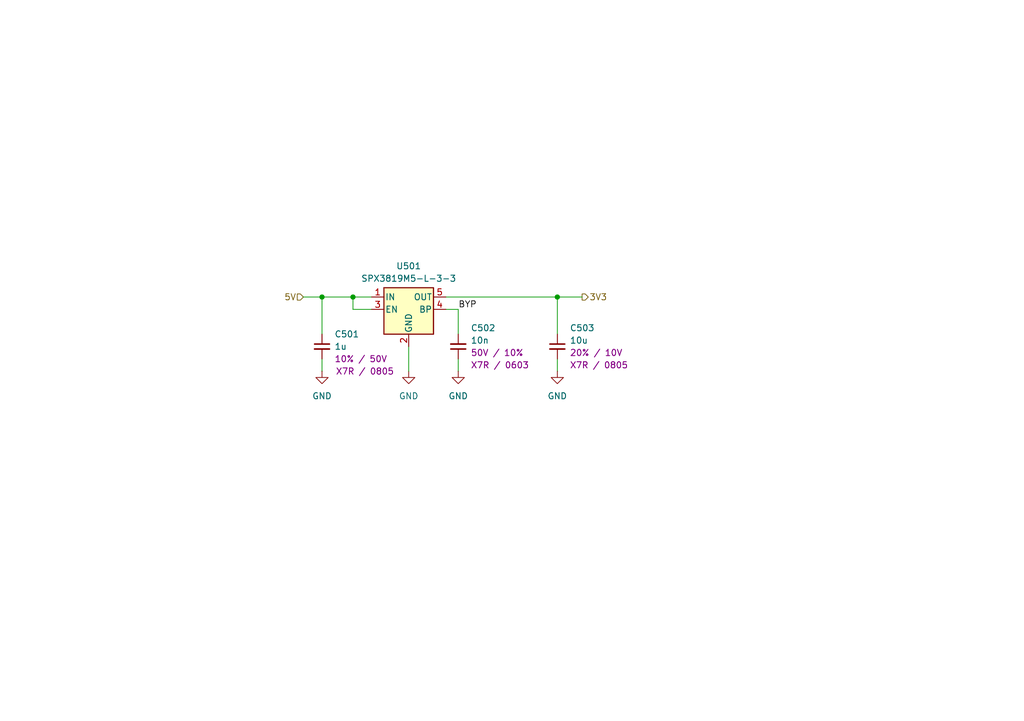
<source format=kicad_sch>
(kicad_sch (version 20231120) (generator "eeschema") (generator_version "8.0")
  (paper "A5")
  (lib_symbols
    (symbol "Device:C_Small" (pin_numbers hide) (pin_names (offset 0.254) hide)
      (property "Reference" "C" (at 0.254 1.778 0))
      (property "Value" "C_Small" (at 0.254 -2.032 0))
      (symbol "C_Small_0_1"
        (polyline (pts (xy -1.524 -0.508) (xy 1.524 -0.508)) (stroke (width 0.3302)))
        (polyline (pts (xy -1.524 0.508) (xy 1.524 0.508)) (stroke (width 0.3048)))
      )
      (symbol "C_Small_1_1"
        (pin passive line (at 0 2.54 270) (length 2.032) (name "~") (number "1"))
        (pin passive line (at 0 -2.54 90) (length 2.032) (name "~") (number "2"))
      )
    )
    (symbol "Regulator_Linear:SPX3819M5-L-3-3" (pin_names (offset 0.254))
      (property "Reference" "U" (at -3.81 5.715 0))
      (property "Value" "SPX3819M5-L-3-3" (at 0 5.715 0))
      (symbol "SPX3819M5-L-3-3_0_1"
        (rectangle (start -5.08 4.445) (end 5.08 -5.08) (stroke (width 0.254)) (fill (type background)))
      )
      (symbol "SPX3819M5-L-3-3_1_1"
        (pin power_in line (at -7.62 2.54 0) (length 2.54) (name "IN") (number "1"))
        (pin power_in line (at 0 -7.62 90) (length 2.54) (name "GND") (number "2"))
        (pin input line (at -7.62 0 0) (length 2.54) (name "EN") (number "3"))
        (pin input line (at 7.62 0 180) (length 2.54) (name "BP") (number "4"))
        (pin power_out line (at 7.62 2.54 180) (length 2.54) (name "OUT") (number "5"))
      )
    )
    (symbol "power:GND" (power) (pin_numbers hide) (pin_names (offset 0) hide)
      (property "Value" "GND" (at 0 -3.81 0))
      (symbol "GND_0_1"
        (polyline (pts (xy 0 0) (xy 0 -1.27) (xy 1.27 -1.27) (xy 0 -2.54) (xy -1.27 -1.27) (xy 0 -1.27)))
      )
      (symbol "GND_1_1"
        (pin power_in line (at 0 0 270) (length 0) (name "~") (number "1"))
      )
    )
  )
  (junction (at 72.39 60.96))
  (junction (at 66.04 60.96))
  (junction (at 114.3 60.96))
  (wire (pts (xy 93.98 76.2) (xy 93.98 73.66)))
  (wire (pts (xy 72.39 60.96) (xy 72.39 63.5)))
  (wire (pts (xy 114.3 76.2) (xy 114.3 73.66)))
  (wire (pts (xy 76.2 63.5) (xy 72.39 63.5)))
  (wire (pts (xy 114.3 60.96) (xy 114.3 68.58)))
  (wire (pts (xy 66.04 60.96) (xy 72.39 60.96)))
  (wire (pts (xy 91.44 63.5) (xy 93.98 63.5)))
  (wire (pts (xy 93.98 63.5) (xy 93.98 68.58)))
  (wire (pts (xy 72.39 60.96) (xy 76.2 60.96)))
  (wire (pts (xy 62.23 60.96) (xy 66.04 60.96)))
  (wire (pts (xy 66.04 76.2) (xy 66.04 73.66)))
  (wire (pts (xy 83.82 76.2) (xy 83.82 71.12)))
  (wire (pts (xy 119.38 60.96) (xy 114.3 60.96)))
  (wire (pts (xy 66.04 60.96) (xy 66.04 68.58)))
  (wire (pts (xy 114.3 60.96) (xy 91.44 60.96)))
  (label "BYP" (at 93.98 63.5 0))
  (hierarchical_label "5V" (shape input) (at 62.23 60.96 180))
  (hierarchical_label "3V3" (shape output) (at 119.38 60.96 0))
  (symbol (lib_id "power:GND") (at 93.98 76.2 0) (unit 1)
    (property "Reference" "#PWR0503" (effects (hide yes)))
    (property "Value" "GND" (at 93.98 81.28 0))
    (property "Description" "Power symbol creates a global label with name \"GND\" , ground" (effects (hide yes)))
  )
  (symbol (lib_id "Device:C_Small") (at 66.04 71.12 0) (unit 1)
    (property "Reference" "C501" (at 68.58 68.58 0) (effects (justify left)))
    (property "Value" "1u" (at 68.58 71.12 0) (effects (justify left)))
    (property "Footprint" "Capacitor_SMD:C_0805_2012Metric" (effects (hide yes)))
    (property "Description" "Unpolarized capacitor, small symbol" (effects (hide yes)))
    (property "LCSC Part Number" "C91185" (effects (hide yes)))
    (property "Line 1" "${Tolerance} / ${Rated Voltage}" (at 68.58 73.66 0) (effects (justify left)))
    (property "MPN" "CC0805KKX7R9BB105" (effects (hide yes)))
    (property "Manufacturer" "YAGEO" (effects (hide yes)))
    (property "Package" "0805" (effects (hide yes)))
    (property "Tolerance" "10%" (effects (hide yes)))
    (property "Line 2" "${Dielectric} / ${Package}" (at 68.834 76.2 0) (effects (justify left)))
    (property "Rated Voltage" "50V" (effects (hide yes)))
    (property "Dielectric" "X7R" (effects (hide yes)))
  )
  (symbol (lib_id "power:GND") (at 114.3 76.2 0) (unit 1)
    (property "Reference" "#PWR0504" (effects (hide yes)))
    (property "Value" "GND" (at 114.3 81.28 0))
    (property "Description" "Power symbol creates a global label with name \"GND\" , ground" (effects (hide yes)))
  )
  (symbol (lib_id "Regulator_Linear:SPX3819M5-L-3-3") (at 83.82 63.5 0) (unit 1)
    (property "Reference" "U501" (at 83.82 54.61 0))
    (property "Value" "SPX3819M5-L-3-3" (at 83.82 57.15 0))
    (property "Footprint" "Package_TO_SOT_SMD:SOT-23-5" (effects (hide yes)))
    (property "Datasheet" "https://www.exar.com/content/document.ashx?id=22106&languageid=1033&type=Datasheet&partnumber=SPX3819&filename=SPX3819.pdf&part=SPX3819" (effects (hide yes)))
    (property "Description" "500mA Low drop-out regulator, Fixed Output 3.3V, SOT-23-5" (effects (hide yes)))
    (property "LCSC Part Number" "C9055" (effects (hide yes)))
    (property "MPN" "SPX3819M5-L-3-3/TR " (effects (hide yes)))
    (property "Manufacturer" "MaxLinear" (effects (hide yes)))
  )
  (symbol (lib_id "Device:C_Small") (at 93.98 71.12 180) (unit 1)
    (property "Reference" "C502" (at 96.52 67.31 0) (effects (justify right)))
    (property "Value" "10n	" (at 96.52 69.85 0) (effects (justify right)))
    (property "Footprint" "Capacitor_SMD:C_0603_1608Metric" (effects (hide yes)))
    (property "Description" "Unpolarized capacitor, small symbol" (effects (hide yes)))
    (property "Dielectric" "X7R" (effects (hide yes)))
    (property "LCSC Part Number" "C100042" (effects (hide yes)))
    (property "Line 1" "${Rated Voltage} / ${Tolerance}" (at 96.52 72.39 0) (effects (justify right)))
    (property "Line 2" "${Dielectric} / ${Package}" (at 96.52 74.93 0) (effects (justify right)))
    (property "MPN" "CC0603KRX7R9BB103" (effects (hide yes)))
    (property "Manufacturer" "YAGEO" (effects (hide yes)))
    (property "Package" "0603" (effects (hide yes)))
    (property "Rated Voltage" "50V" (effects (hide yes)))
    (property "Tolerance" "10%" (effects (hide yes)))
    (instances (project "busbuddy" (path "" (reference "C502") (unit 1))) (project "Piezo_HV_Pulser" (path "" (reference "C107") (unit 1)) (path "" (reference "C207") (unit 1))))
  )
  (symbol (lib_id "Device:C_Small") (at 114.3 71.12 0) (unit 1)
    (property "Reference" "C503" (at 116.84 67.31 0) (effects (justify left)))
    (property "Value" "10u" (at 116.84 69.85 0) (effects (justify left)))
    (property "Footprint" "Capacitor_SMD:C_0805_2012Metric" (effects (hide yes)))
    (property "Description" "Unpolarized capacitor, small symbol" (effects (hide yes)))
    (property "Dielectric" "X7R" (effects (hide yes)))
    (property "LCSC Part Number" "C5189822" (effects (hide yes)))
    (property "Line 1" "${Tolerance} / ${Rated Voltage}" (at 116.84 72.39 0) (effects (justify left)))
    (property "Line 2" "${Dielectric} / ${Package}" (at 116.84 74.93 0) (effects (justify left)))
    (property "MPN" "CS2012X7R106M100NRE" (effects (hide yes)))
    (property "Manufacturer" "Samwha Capacitor" (effects (hide yes)))
    (property "Package" "0805" (effects (hide yes)))
    (property "Rated Voltage" "10V" (effects (hide yes)))
    (property "Tolerance" "20%" (effects (hide yes)))
  )
  (symbol (lib_id "power:GND") (at 66.04 76.2 0) (unit 1)
    (property "Reference" "#PWR0501" (effects (hide yes)))
    (property "Value" "GND" (at 66.04 81.28 0))
    (property "Description" "Power symbol creates a global label with name \"GND\" , ground" (effects (hide yes)))
  )
  (symbol (lib_id "power:GND") (at 83.82 76.2 0) (unit 1)
    (property "Reference" "#PWR0502" (effects (hide yes)))
    (property "Value" "GND" (at 83.82 81.28 0))
    (property "Description" "Power symbol creates a global label with name \"GND\" , ground" (effects (hide yes)))
  )
)
</source>
